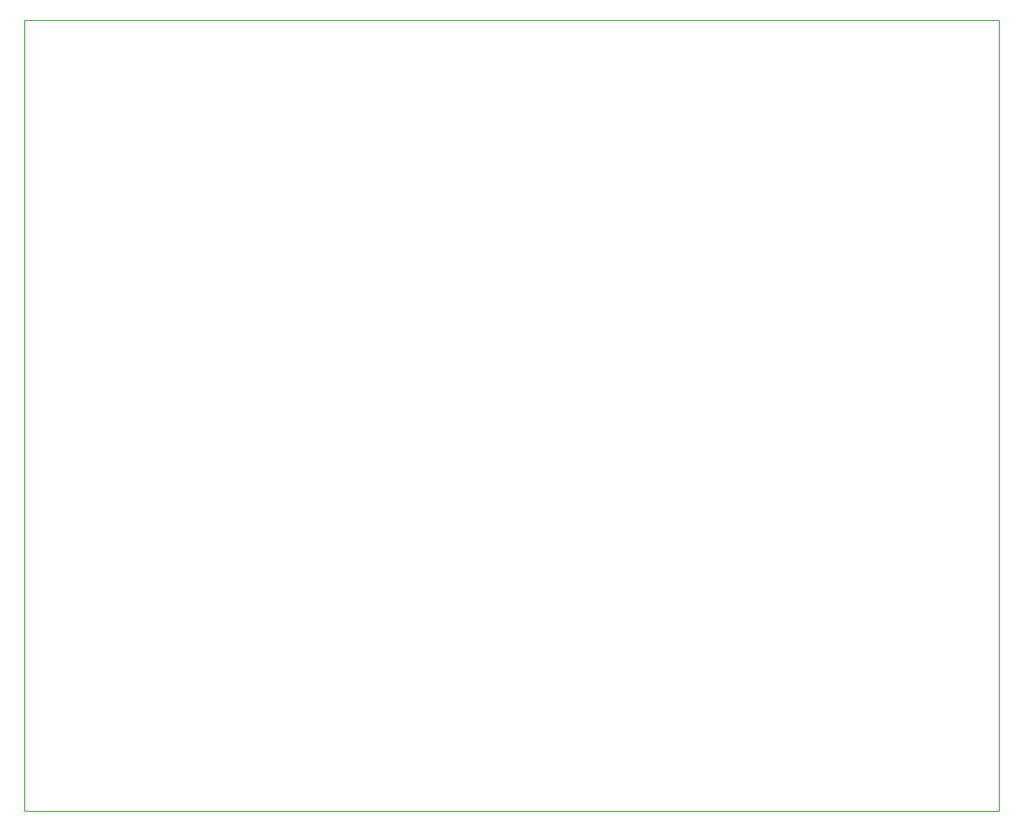
<source format=gbr>
G04 #@! TF.GenerationSoftware,KiCad,Pcbnew,5.1.5+dfsg1-2build2*
G04 #@! TF.CreationDate,2021-07-30T22:42:47+01:00*
G04 #@! TF.ProjectId,Printer+Sticks,5072696e-7465-4722-9b53-7469636b732e,rev?*
G04 #@! TF.SameCoordinates,Original*
G04 #@! TF.FileFunction,Profile,NP*
%FSLAX46Y46*%
G04 Gerber Fmt 4.6, Leading zero omitted, Abs format (unit mm)*
G04 Created by KiCad (PCBNEW 5.1.5+dfsg1-2build2) date 2021-07-30 22:42:47*
%MOMM*%
%LPD*%
G04 APERTURE LIST*
%ADD10C,0.050000*%
G04 APERTURE END LIST*
D10*
X155448000Y-109982000D02*
X155448000Y-189992000D01*
X56896000Y-109982000D02*
X155448000Y-109982000D01*
X56896000Y-189992000D02*
X56896000Y-109982000D01*
X155448000Y-189992000D02*
X56896000Y-189992000D01*
M02*

</source>
